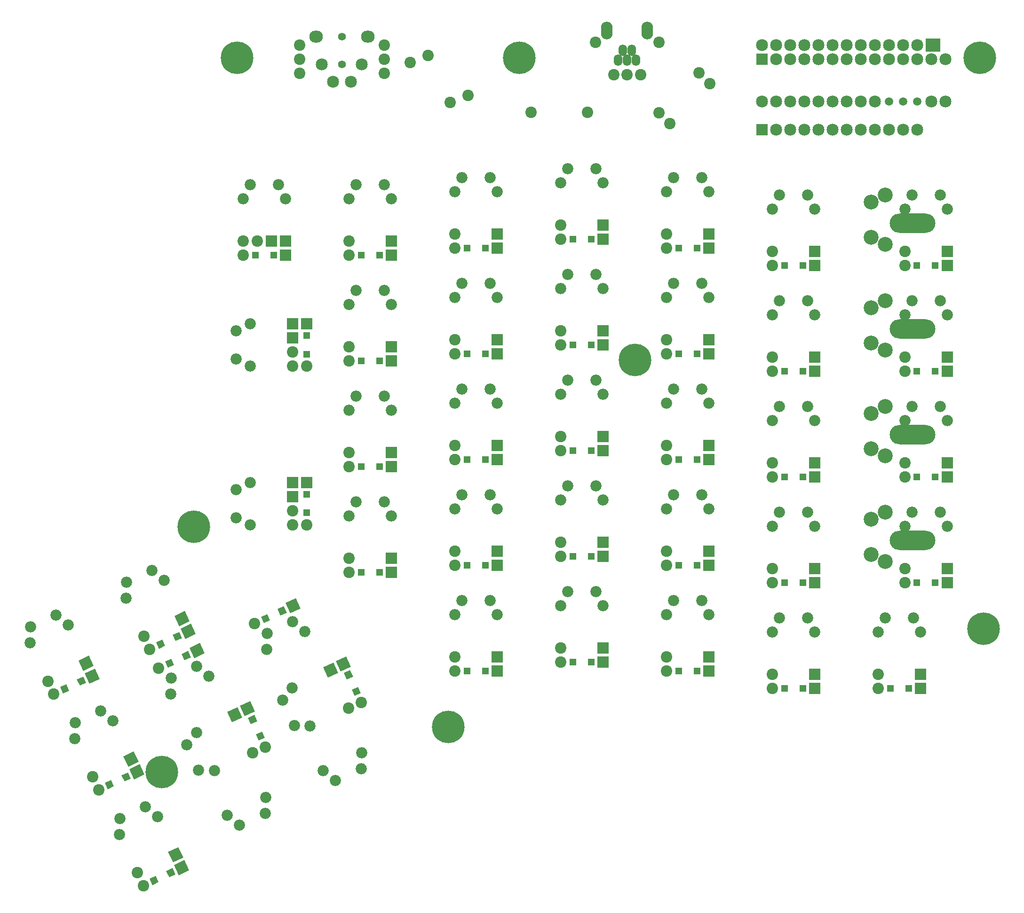
<source format=gbr>
G04 #@! TF.FileFunction,Soldermask,Bot*
%FSLAX46Y46*%
G04 Gerber Fmt 4.6, Leading zero omitted, Abs format (unit mm)*
G04 Created by KiCad (PCBNEW 4.0.7) date *
%MOMM*%
%LPD*%
G01*
G04 APERTURE LIST*
%ADD10C,0.150000*%
%ADD11C,2.159000*%
%ADD12R,2.159000X2.159000*%
%ADD13C,1.498600*%
%ADD14C,2.057400*%
%ADD15R,2.057400X2.057400*%
%ADD16O,1.549400X2.057400*%
%ADD17O,2.108200X3.200400*%
%ADD18C,2.016400*%
%ADD19R,1.422400X2.438400*%
%ADD20O,2.463800X2.159000*%
%ADD21C,1.397000*%
%ADD22R,1.244600X1.244600*%
%ADD23C,2.687320*%
%ADD24O,8.242300X3.479800*%
%ADD25C,5.867400*%
G04 APERTURE END LIST*
D10*
D11*
X164465000Y-37465000D03*
X167005000Y-37465000D03*
X169545000Y-37465000D03*
X172085000Y-37465000D03*
X174625000Y-37465000D03*
X177165000Y-37465000D03*
X179705000Y-37465000D03*
X182245000Y-37465000D03*
X184785000Y-37465000D03*
X187325000Y-37465000D03*
X189865000Y-37465000D03*
X192405000Y-37465000D03*
X194945000Y-37465000D03*
D12*
X161925000Y-37465000D03*
D11*
X194945000Y-45085000D03*
X192405000Y-45085000D03*
D13*
X189865000Y-45085000D03*
X187325000Y-45085000D03*
X184785000Y-45085000D03*
D11*
X182245000Y-45085000D03*
X179705000Y-45085000D03*
X177165000Y-45085000D03*
X174625000Y-45085000D03*
X172085000Y-45085000D03*
X169545000Y-45085000D03*
X167005000Y-45085000D03*
X164465000Y-45085000D03*
X161925000Y-45085000D03*
D14*
X53341367Y-147187736D03*
D10*
G36*
X54985576Y-147107661D02*
X54459585Y-145979670D01*
X55587576Y-145453679D01*
X56113567Y-146581670D01*
X54985576Y-147107661D01*
X54985576Y-147107661D01*
G37*
G36*
X59749862Y-145334450D02*
X58880367Y-143469813D01*
X60745004Y-142600318D01*
X61614499Y-144464955D01*
X59749862Y-145334450D01*
X59749862Y-145334450D01*
G37*
G36*
X58001224Y-145701441D02*
X57475233Y-144573450D01*
X58603224Y-144047459D01*
X59129215Y-145175450D01*
X58001224Y-145701441D01*
X58001224Y-145701441D01*
G37*
D14*
X70605747Y-139135936D03*
D10*
G36*
X72249956Y-139055861D02*
X71723965Y-137927870D01*
X72851956Y-137401879D01*
X73377947Y-138529870D01*
X72249956Y-139055861D01*
X72249956Y-139055861D01*
G37*
G36*
X77014242Y-137282650D02*
X76144747Y-135418013D01*
X78009384Y-134548518D01*
X78878879Y-136413155D01*
X77014242Y-137282650D01*
X77014242Y-137282650D01*
G37*
G36*
X75265604Y-137649641D02*
X74739613Y-136521650D01*
X75867604Y-135995659D01*
X76393595Y-137123650D01*
X75265604Y-137649641D01*
X75265604Y-137649641D01*
G37*
D14*
X77470000Y-118755160D03*
D15*
X77470000Y-116215160D03*
D14*
X77470000Y-90180160D03*
D15*
X77470000Y-87640160D03*
D14*
X71120000Y-70180200D03*
D15*
X73660000Y-70180200D03*
D16*
X139242800Y-37553900D03*
X138442700Y-35806380D03*
X137642600Y-37553900D03*
X136842500Y-35806380D03*
X136042400Y-37553900D03*
D17*
X133995160Y-32230060D03*
X141290040Y-32230060D03*
D14*
X140055600Y-40259000D03*
X143357600Y-34417000D03*
X137642600Y-40259000D03*
X131927600Y-34417000D03*
X135229600Y-40259000D03*
D18*
X77434621Y-138754526D03*
X72753017Y-143740174D03*
X79659082Y-140519823D03*
X72830577Y-140901427D03*
X60170241Y-146806326D03*
X55488637Y-151791974D03*
X62394702Y-148571623D03*
X55566197Y-148953227D03*
X85176179Y-167376434D03*
X89857783Y-162390786D03*
X82951718Y-165611137D03*
X89780223Y-165229533D03*
X67909259Y-175425694D03*
X72590863Y-170440046D03*
X65684798Y-173660397D03*
X72513303Y-173278793D03*
D14*
X152499602Y-41810398D03*
X145315398Y-48994602D03*
X150594602Y-39905398D03*
X143410398Y-47089602D03*
X130492500Y-46990000D03*
X120332500Y-46990000D03*
X101817898Y-36730398D03*
X109002102Y-43914602D03*
X98642898Y-38000398D03*
X105827102Y-45184602D03*
X78740000Y-40005000D03*
X78740000Y-37465000D03*
X78740000Y-34925000D03*
X93980000Y-40005000D03*
X93980000Y-37465000D03*
X93980000Y-34925000D03*
D12*
X161925000Y-50165000D03*
D11*
X164465000Y-50165000D03*
X167005000Y-50165000D03*
X169545000Y-50165000D03*
X172085000Y-50165000D03*
X174625000Y-50165000D03*
X177165000Y-50165000D03*
X179705000Y-50165000D03*
X182245000Y-50165000D03*
X184785000Y-50165000D03*
X187325000Y-50165000D03*
X189865000Y-50165000D03*
X189865000Y-34925000D03*
X187325000Y-34925000D03*
X184785000Y-34925000D03*
X182245000Y-34925000D03*
X179705000Y-34925000D03*
X177165000Y-34925000D03*
X174625000Y-34925000D03*
X167005000Y-34925000D03*
X164465000Y-34925000D03*
X161925000Y-34925000D03*
X172085000Y-34925000D03*
X169545000Y-34925000D03*
D19*
X192087500Y-34925000D03*
X193357500Y-34925000D03*
D20*
X90957400Y-33375600D03*
D11*
X82702400Y-38379400D03*
X87909400Y-41478200D03*
D20*
X81661000Y-33375600D03*
D11*
X84709000Y-41478200D03*
X89916000Y-38379400D03*
D21*
X86309200Y-33375600D03*
X86309200Y-38379400D03*
D18*
X74930000Y-60020200D03*
X68580000Y-62560200D03*
X76200000Y-62560200D03*
X69850000Y-60020200D03*
D14*
X68580000Y-70180200D03*
D15*
X76200000Y-70180200D03*
D14*
X68580000Y-72720200D03*
D15*
X76200000Y-72720200D03*
D22*
X70726300Y-72720200D03*
X74053700Y-72720200D03*
D18*
X67310000Y-86370160D03*
X69850000Y-92720160D03*
X69850000Y-85100160D03*
X67310000Y-91450160D03*
D14*
X77470000Y-92720160D03*
D15*
X77470000Y-85100160D03*
D14*
X80010000Y-92720160D03*
D15*
X80010000Y-85100160D03*
D22*
X80010000Y-90573860D03*
X80010000Y-87246460D03*
D18*
X67310000Y-114945160D03*
X69850000Y-121295160D03*
X69850000Y-113675160D03*
X67310000Y-120025160D03*
D14*
X77470000Y-121295160D03*
D15*
X77470000Y-113675160D03*
D14*
X80010000Y-121295160D03*
D15*
X80010000Y-113675160D03*
D22*
X80010000Y-119148860D03*
X80010000Y-115821460D03*
D18*
X189230000Y-138122660D03*
X182880000Y-140662660D03*
X190500000Y-140662660D03*
X184150000Y-138122660D03*
D14*
X182880000Y-148282660D03*
D15*
X190500000Y-148282660D03*
D14*
X182880000Y-150822660D03*
D15*
X190500000Y-150822660D03*
D22*
X185026300Y-150822660D03*
X188353700Y-150822660D03*
D18*
X93980000Y-79067660D03*
X87630000Y-81607660D03*
X95250000Y-81607660D03*
X88900000Y-79067660D03*
D14*
X87630000Y-89227660D03*
D15*
X95250000Y-89227660D03*
D14*
X87630000Y-91767660D03*
D15*
X95250000Y-91767660D03*
D22*
X89776300Y-91767660D03*
X93103700Y-91767660D03*
D18*
X42903321Y-154855586D03*
X38221717Y-159841234D03*
X45127782Y-156620883D03*
X38299277Y-157002487D03*
D14*
X41442068Y-166747299D03*
D10*
G36*
X47850562Y-164894014D02*
X46981067Y-163029377D01*
X48845704Y-162159882D01*
X49715199Y-164024519D01*
X47850562Y-164894014D01*
X47850562Y-164894014D01*
G37*
D14*
X42515518Y-169049321D03*
D10*
G36*
X48924013Y-167196036D02*
X48054518Y-165331399D01*
X49919155Y-164461904D01*
X50788650Y-166326541D01*
X48924013Y-167196036D01*
X48924013Y-167196036D01*
G37*
G36*
X44159727Y-168969246D02*
X43633736Y-167841255D01*
X44761727Y-167315264D01*
X45287718Y-168443255D01*
X44159727Y-168969246D01*
X44159727Y-168969246D01*
G37*
G36*
X47175375Y-167563026D02*
X46649384Y-166435035D01*
X47777375Y-165909044D01*
X48303366Y-167037035D01*
X47175375Y-167563026D01*
X47175375Y-167563026D01*
G37*
D18*
X50955121Y-172122506D03*
X46273517Y-177108154D03*
X53179582Y-173887803D03*
X46351077Y-174269407D03*
D14*
X49493868Y-184014219D03*
D10*
G36*
X55902362Y-182160934D02*
X55032867Y-180296297D01*
X56897504Y-179426802D01*
X57766999Y-181291439D01*
X55902362Y-182160934D01*
X55902362Y-182160934D01*
G37*
D14*
X50567318Y-186316241D03*
D10*
G36*
X56975813Y-184462956D02*
X56106318Y-182598319D01*
X57970955Y-181728824D01*
X58840450Y-183593461D01*
X56975813Y-184462956D01*
X56975813Y-184462956D01*
G37*
G36*
X52211527Y-186236166D02*
X51685536Y-185108175D01*
X52813527Y-184582184D01*
X53339518Y-185710175D01*
X52211527Y-186236166D01*
X52211527Y-186236166D01*
G37*
G36*
X55227175Y-184829946D02*
X54701184Y-183701955D01*
X55829175Y-183175964D01*
X56355166Y-184303955D01*
X55227175Y-184829946D01*
X55227175Y-184829946D01*
G37*
D18*
X34854061Y-137591206D03*
X30172457Y-142576854D03*
X37078522Y-139356503D03*
X30250017Y-139738107D03*
D14*
X33392808Y-149482919D03*
D10*
G36*
X39801302Y-147629634D02*
X38931807Y-145764997D01*
X40796444Y-144895502D01*
X41665939Y-146760139D01*
X39801302Y-147629634D01*
X39801302Y-147629634D01*
G37*
D14*
X34466258Y-151784941D03*
D10*
G36*
X40874753Y-149931656D02*
X40005258Y-148067019D01*
X41869895Y-147197524D01*
X42739390Y-149062161D01*
X40874753Y-149931656D01*
X40874753Y-149931656D01*
G37*
G36*
X36110467Y-151704866D02*
X35584476Y-150576875D01*
X36712467Y-150050884D01*
X37238458Y-151178875D01*
X36110467Y-151704866D01*
X36110467Y-151704866D01*
G37*
G36*
X39126115Y-150298646D02*
X38600124Y-149170655D01*
X39728115Y-148644664D01*
X40254106Y-149772655D01*
X39126115Y-150298646D01*
X39126115Y-150298646D01*
G37*
D18*
X52118441Y-129541946D03*
X47436837Y-134527594D03*
X54342902Y-131307243D03*
X47514397Y-131688847D03*
D14*
X50657188Y-141433659D03*
D10*
G36*
X57065682Y-139580374D02*
X56196187Y-137715737D01*
X58060824Y-136846242D01*
X58930319Y-138710879D01*
X57065682Y-139580374D01*
X57065682Y-139580374D01*
G37*
D14*
X51730638Y-143735681D03*
D10*
G36*
X58139133Y-141882396D02*
X57269638Y-140017759D01*
X59134275Y-139148264D01*
X60003770Y-141012901D01*
X58139133Y-141882396D01*
X58139133Y-141882396D01*
G37*
G36*
X53374847Y-143655606D02*
X52848856Y-142527615D01*
X53976847Y-142001624D01*
X54502838Y-143129615D01*
X53374847Y-143655606D01*
X53374847Y-143655606D01*
G37*
G36*
X56390495Y-142249386D02*
X55864504Y-141121395D01*
X56992495Y-140595404D01*
X57518486Y-141723395D01*
X56390495Y-142249386D01*
X56390495Y-142249386D01*
G37*
D18*
X170180000Y-61925200D03*
X163830000Y-64465200D03*
X171450000Y-64465200D03*
X165100000Y-61925200D03*
D14*
X163830000Y-72085200D03*
D15*
X171450000Y-72085200D03*
D14*
X163830000Y-74625200D03*
D15*
X171450000Y-74625200D03*
D22*
X165976300Y-74625200D03*
X169303700Y-74625200D03*
D18*
X151130000Y-58747660D03*
X144780000Y-61287660D03*
X152400000Y-61287660D03*
X146050000Y-58747660D03*
D14*
X144780000Y-68907660D03*
D15*
X152400000Y-68907660D03*
D14*
X144780000Y-71447660D03*
D15*
X152400000Y-71447660D03*
D22*
X146926300Y-71447660D03*
X150253700Y-71447660D03*
D18*
X132080000Y-57150000D03*
X125730000Y-59690000D03*
X133350000Y-59690000D03*
X127000000Y-57150000D03*
D14*
X125730000Y-67310000D03*
D15*
X133350000Y-67310000D03*
D14*
X125730000Y-69850000D03*
D15*
X133350000Y-69850000D03*
D22*
X127876300Y-69850000D03*
X131203700Y-69850000D03*
D18*
X113030000Y-58747660D03*
X106680000Y-61287660D03*
X114300000Y-61287660D03*
X107950000Y-58747660D03*
D14*
X106680000Y-68907660D03*
D15*
X114300000Y-68907660D03*
D14*
X106680000Y-71447660D03*
D15*
X114300000Y-71447660D03*
D22*
X108826300Y-71447660D03*
X112153700Y-71447660D03*
D18*
X151130000Y-134947660D03*
X144780000Y-137487660D03*
X152400000Y-137487660D03*
X146050000Y-134947660D03*
D14*
X144780000Y-145107660D03*
D15*
X152400000Y-145107660D03*
D14*
X144780000Y-147647660D03*
D15*
X152400000Y-147647660D03*
D22*
X146926300Y-147647660D03*
X150253700Y-147647660D03*
D18*
X170180000Y-80972660D03*
X163830000Y-83512660D03*
X171450000Y-83512660D03*
X165100000Y-80972660D03*
D14*
X163830000Y-91132660D03*
D15*
X171450000Y-91132660D03*
D14*
X163830000Y-93672660D03*
D15*
X171450000Y-93672660D03*
D22*
X165976300Y-93672660D03*
X169303700Y-93672660D03*
D18*
X132080000Y-76200000D03*
X125730000Y-78740000D03*
X133350000Y-78740000D03*
X127000000Y-76200000D03*
D14*
X125730000Y-86360000D03*
D15*
X133350000Y-86360000D03*
D14*
X125730000Y-88900000D03*
D15*
X133350000Y-88900000D03*
D22*
X127876300Y-88900000D03*
X131203700Y-88900000D03*
D18*
X113030000Y-77797660D03*
X106680000Y-80337660D03*
X114300000Y-80337660D03*
X107950000Y-77797660D03*
D14*
X106680000Y-87957660D03*
D15*
X114300000Y-87957660D03*
D14*
X106680000Y-90497660D03*
D15*
X114300000Y-90497660D03*
D22*
X108826300Y-90497660D03*
X112153700Y-90497660D03*
D18*
X170180000Y-100022660D03*
X163830000Y-102562660D03*
X171450000Y-102562660D03*
X165100000Y-100022660D03*
D14*
X163830000Y-110182660D03*
D15*
X171450000Y-110182660D03*
D14*
X163830000Y-112722660D03*
D15*
X171450000Y-112722660D03*
D22*
X165976300Y-112722660D03*
X169303700Y-112722660D03*
D18*
X151130000Y-96847660D03*
X144780000Y-99387660D03*
X152400000Y-99387660D03*
X146050000Y-96847660D03*
D14*
X144780000Y-107007660D03*
D15*
X152400000Y-107007660D03*
D14*
X144780000Y-109547660D03*
D15*
X152400000Y-109547660D03*
D22*
X146926300Y-109547660D03*
X150253700Y-109547660D03*
D18*
X132080000Y-95250000D03*
X125730000Y-97790000D03*
X133350000Y-97790000D03*
X127000000Y-95250000D03*
D14*
X125730000Y-105410000D03*
D15*
X133350000Y-105410000D03*
D14*
X125730000Y-107950000D03*
D15*
X133350000Y-107950000D03*
D22*
X127876300Y-107950000D03*
X131203700Y-107950000D03*
D18*
X113030000Y-96847660D03*
X106680000Y-99387660D03*
X114300000Y-99387660D03*
X107950000Y-96847660D03*
D14*
X106680000Y-107007660D03*
D15*
X114300000Y-107007660D03*
D14*
X106680000Y-109547660D03*
D15*
X114300000Y-109547660D03*
D22*
X108826300Y-109547660D03*
X112153700Y-109547660D03*
D18*
X93980000Y-98117660D03*
X87630000Y-100657660D03*
X95250000Y-100657660D03*
X88900000Y-98117660D03*
D14*
X87630000Y-108277660D03*
D15*
X95250000Y-108277660D03*
D14*
X87630000Y-110817660D03*
D15*
X95250000Y-110817660D03*
D22*
X89776300Y-110817660D03*
X93103700Y-110817660D03*
D18*
X170180000Y-119072660D03*
X163830000Y-121612660D03*
X171450000Y-121612660D03*
X165100000Y-119072660D03*
D14*
X163830000Y-129232660D03*
D15*
X171450000Y-129232660D03*
D14*
X163830000Y-131772660D03*
D15*
X171450000Y-131772660D03*
D22*
X165976300Y-131772660D03*
X169303700Y-131772660D03*
D18*
X151130000Y-115897660D03*
X144780000Y-118437660D03*
X152400000Y-118437660D03*
X146050000Y-115897660D03*
D14*
X144780000Y-126057660D03*
D15*
X152400000Y-126057660D03*
D14*
X144780000Y-128597660D03*
D15*
X152400000Y-128597660D03*
D22*
X146926300Y-128597660D03*
X150253700Y-128597660D03*
D18*
X132080000Y-114300000D03*
X125730000Y-116840000D03*
X133350000Y-116840000D03*
X127000000Y-114300000D03*
D14*
X125730000Y-124460000D03*
D15*
X133350000Y-124460000D03*
D14*
X125730000Y-127000000D03*
D15*
X133350000Y-127000000D03*
D22*
X127876300Y-127000000D03*
X131203700Y-127000000D03*
D18*
X113030000Y-115897660D03*
X106680000Y-118437660D03*
X114300000Y-118437660D03*
X107950000Y-115897660D03*
D14*
X106680000Y-126057660D03*
D15*
X114300000Y-126057660D03*
D14*
X106680000Y-128597660D03*
D15*
X114300000Y-128597660D03*
D22*
X108826300Y-128597660D03*
X112153700Y-128597660D03*
D18*
X93980000Y-117167660D03*
X87630000Y-119707660D03*
X95250000Y-119707660D03*
X88900000Y-117167660D03*
D14*
X87630000Y-127327660D03*
D15*
X95250000Y-127327660D03*
D14*
X87630000Y-129867660D03*
D15*
X95250000Y-129867660D03*
D22*
X89776300Y-129867660D03*
X93103700Y-129867660D03*
D18*
X170180000Y-138122660D03*
X163830000Y-140662660D03*
X171450000Y-140662660D03*
X165100000Y-138122660D03*
D14*
X163830000Y-148282660D03*
D15*
X171450000Y-148282660D03*
D14*
X163830000Y-150822660D03*
D15*
X171450000Y-150822660D03*
D22*
X165976300Y-150822660D03*
X169303700Y-150822660D03*
D18*
X132080000Y-133350000D03*
X125730000Y-135890000D03*
X133350000Y-135890000D03*
X127000000Y-133350000D03*
D14*
X125730000Y-143510000D03*
D15*
X133350000Y-143510000D03*
D14*
X125730000Y-146050000D03*
D15*
X133350000Y-146050000D03*
D22*
X127876300Y-146050000D03*
X131203700Y-146050000D03*
D18*
X113030000Y-134947660D03*
X106680000Y-137487660D03*
X114300000Y-137487660D03*
X107950000Y-134947660D03*
D14*
X106680000Y-145107660D03*
D15*
X114300000Y-145107660D03*
D14*
X106680000Y-147647660D03*
D15*
X114300000Y-147647660D03*
D22*
X108826300Y-147647660D03*
X112153700Y-147647660D03*
D18*
X75625366Y-152910359D03*
X80611014Y-157591963D03*
X77390663Y-150685898D03*
X77772267Y-157514403D03*
D14*
X87517079Y-154371612D03*
D10*
G36*
X85663794Y-147963118D02*
X83799157Y-148832613D01*
X82929662Y-146967976D01*
X84794299Y-146098481D01*
X85663794Y-147963118D01*
X85663794Y-147963118D01*
G37*
D14*
X89819101Y-153298162D03*
D10*
G36*
X87965816Y-146889667D02*
X86101179Y-147759162D01*
X85231684Y-145894525D01*
X87096321Y-145025030D01*
X87965816Y-146889667D01*
X87965816Y-146889667D01*
G37*
G36*
X89739026Y-151653953D02*
X88611035Y-152179944D01*
X88085044Y-151051953D01*
X89213035Y-150525962D01*
X89739026Y-151653953D01*
X89739026Y-151653953D01*
G37*
G36*
X88332806Y-148638305D02*
X87204815Y-149164296D01*
X86678824Y-148036305D01*
X87806815Y-147510314D01*
X88332806Y-148638305D01*
X88332806Y-148638305D01*
G37*
D18*
X58360986Y-160962159D03*
X63346634Y-165643763D03*
X60126283Y-158737698D03*
X60507887Y-165566203D03*
D14*
X70252699Y-162423412D03*
D10*
G36*
X68399414Y-156014918D02*
X66534777Y-156884413D01*
X65665282Y-155019776D01*
X67529919Y-154150281D01*
X68399414Y-156014918D01*
X68399414Y-156014918D01*
G37*
D14*
X72554721Y-161349962D03*
D10*
G36*
X70701436Y-154941467D02*
X68836799Y-155810962D01*
X67967304Y-153946325D01*
X69831941Y-153076830D01*
X70701436Y-154941467D01*
X70701436Y-154941467D01*
G37*
G36*
X72474646Y-159705753D02*
X71346655Y-160231744D01*
X70820664Y-159103753D01*
X71948655Y-158577762D01*
X72474646Y-159705753D01*
X72474646Y-159705753D01*
G37*
G36*
X71068426Y-156690105D02*
X69940435Y-157216096D01*
X69414444Y-156088105D01*
X70542435Y-155562114D01*
X71068426Y-156690105D01*
X71068426Y-156690105D01*
G37*
D18*
X151130000Y-77797660D03*
X144780000Y-80337660D03*
X152400000Y-80337660D03*
X146050000Y-77797660D03*
D14*
X144780000Y-87957660D03*
D15*
X152400000Y-87957660D03*
D14*
X144780000Y-90497660D03*
D15*
X152400000Y-90497660D03*
D22*
X146926300Y-90497660D03*
X150253700Y-90497660D03*
D18*
X93980000Y-60020200D03*
X87630000Y-62560200D03*
X95250000Y-62560200D03*
X88900000Y-60020200D03*
D14*
X87630000Y-70180200D03*
D15*
X95250000Y-70180200D03*
D14*
X87630000Y-72720200D03*
D15*
X95250000Y-72720200D03*
D22*
X89776300Y-72720200D03*
X93103700Y-72720200D03*
D18*
X193992500Y-61925200D03*
X187642500Y-64465200D03*
X195262500Y-64465200D03*
X188912500Y-61925200D03*
D14*
X187642500Y-72085200D03*
D15*
X195262500Y-72085200D03*
D14*
X187642500Y-74625200D03*
D15*
X195262500Y-74625200D03*
D22*
X189788800Y-74625200D03*
X193116200Y-74625200D03*
D23*
X181610000Y-63195200D03*
X184150000Y-61925200D03*
X184150000Y-70815200D03*
X181610000Y-69545200D03*
D24*
X189069980Y-67005200D03*
D18*
X193992500Y-80972660D03*
X187642500Y-83512660D03*
X195262500Y-83512660D03*
X188912500Y-80972660D03*
D14*
X187642500Y-91132660D03*
D15*
X195262500Y-91132660D03*
D14*
X187642500Y-93672660D03*
D15*
X195262500Y-93672660D03*
D22*
X189788800Y-93672660D03*
X193116200Y-93672660D03*
D23*
X181610000Y-82242660D03*
X184150000Y-80972660D03*
X184150000Y-89862660D03*
X181610000Y-88592660D03*
D24*
X189069980Y-86052660D03*
D18*
X193992500Y-100022660D03*
X187642500Y-102562660D03*
X195262500Y-102562660D03*
X188912500Y-100022660D03*
D14*
X187642500Y-110182660D03*
D15*
X195262500Y-110182660D03*
D14*
X187642500Y-112722660D03*
D15*
X195262500Y-112722660D03*
D22*
X189788800Y-112722660D03*
X193116200Y-112722660D03*
D23*
X181610000Y-101292660D03*
X184150000Y-100022660D03*
X184150000Y-108912660D03*
X181610000Y-107642660D03*
D24*
X189069980Y-105102660D03*
D18*
X193992500Y-119072660D03*
X187642500Y-121612660D03*
X195262500Y-121612660D03*
X188912500Y-119072660D03*
D14*
X187642500Y-129232660D03*
D15*
X195262500Y-129232660D03*
D14*
X187642500Y-131772660D03*
D15*
X195262500Y-131772660D03*
D22*
X189788800Y-131772660D03*
X193116200Y-131772660D03*
D23*
X181610000Y-120342660D03*
X184150000Y-119072660D03*
X184150000Y-127962660D03*
X181610000Y-126692660D03*
D24*
X189069980Y-124152660D03*
D25*
X53898800Y-165836600D03*
X59664600Y-121666000D03*
X105435400Y-157759400D03*
X201777600Y-140055600D03*
X139039600Y-91592400D03*
X201142600Y-37134800D03*
X118211600Y-37134800D03*
X67411600Y-37134800D03*
M02*

</source>
